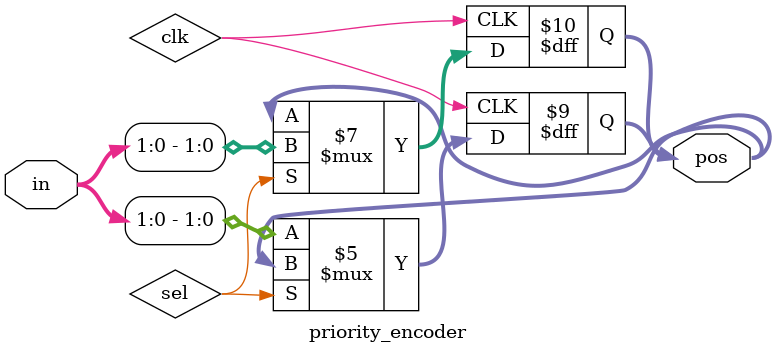
<source format=v>
module priority_encoder( 
input [2:0] in,
output reg [1:0] pos ); 
// When sel=1, assign b to out
  always @(posedge clk)
    if (sel==1) pos <= in;
// When sel=0, assign a to out
  always @(posedge clk)
    if (sel==0) pos <= in;
endmodule

</source>
